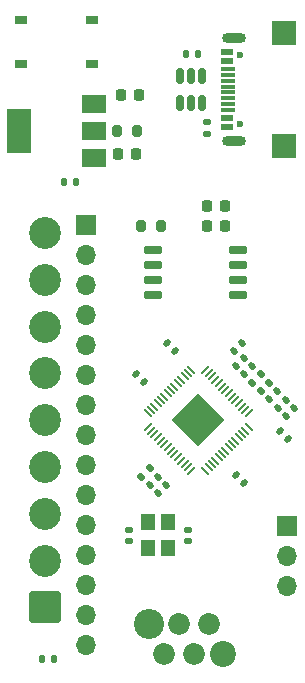
<source format=gbr>
%TF.GenerationSoftware,KiCad,Pcbnew,7.0.2*%
%TF.CreationDate,2023-08-01T17:34:10+02:00*%
%TF.ProjectId,playstation_adapter,706c6179-7374-4617-9469-6f6e5f616461,0.9*%
%TF.SameCoordinates,Original*%
%TF.FileFunction,Soldermask,Top*%
%TF.FilePolarity,Negative*%
%FSLAX46Y46*%
G04 Gerber Fmt 4.6, Leading zero omitted, Abs format (unit mm)*
G04 Created by KiCad (PCBNEW 7.0.2) date 2023-08-01 17:34:10*
%MOMM*%
%LPD*%
G01*
G04 APERTURE LIST*
G04 Aperture macros list*
%AMRoundRect*
0 Rectangle with rounded corners*
0 $1 Rounding radius*
0 $2 $3 $4 $5 $6 $7 $8 $9 X,Y pos of 4 corners*
0 Add a 4 corners polygon primitive as box body*
4,1,4,$2,$3,$4,$5,$6,$7,$8,$9,$2,$3,0*
0 Add four circle primitives for the rounded corners*
1,1,$1+$1,$2,$3*
1,1,$1+$1,$4,$5*
1,1,$1+$1,$6,$7*
1,1,$1+$1,$8,$9*
0 Add four rect primitives between the rounded corners*
20,1,$1+$1,$2,$3,$4,$5,0*
20,1,$1+$1,$4,$5,$6,$7,0*
20,1,$1+$1,$6,$7,$8,$9,0*
20,1,$1+$1,$8,$9,$2,$3,0*%
%AMRotRect*
0 Rectangle, with rotation*
0 The origin of the aperture is its center*
0 $1 length*
0 $2 width*
0 $3 Rotation angle, in degrees counterclockwise*
0 Add horizontal line*
21,1,$1,$2,0,0,$3*%
G04 Aperture macros list end*
%ADD10R,1.200000X1.400000*%
%ADD11RoundRect,0.140000X0.170000X-0.140000X0.170000X0.140000X-0.170000X0.140000X-0.170000X-0.140000X0*%
%ADD12RoundRect,0.150000X-0.150000X0.512500X-0.150000X-0.512500X0.150000X-0.512500X0.150000X0.512500X0*%
%ADD13RoundRect,0.140000X0.021213X-0.219203X0.219203X-0.021213X-0.021213X0.219203X-0.219203X0.021213X0*%
%ADD14RoundRect,0.225000X0.225000X0.250000X-0.225000X0.250000X-0.225000X-0.250000X0.225000X-0.250000X0*%
%ADD15RoundRect,0.225000X-0.225000X-0.250000X0.225000X-0.250000X0.225000X0.250000X-0.225000X0.250000X0*%
%ADD16RoundRect,0.140000X-0.170000X0.140000X-0.170000X-0.140000X0.170000X-0.140000X0.170000X0.140000X0*%
%ADD17RoundRect,0.140000X-0.021213X0.219203X-0.219203X0.021213X0.021213X-0.219203X0.219203X-0.021213X0*%
%ADD18RoundRect,0.140000X0.219203X0.021213X0.021213X0.219203X-0.219203X-0.021213X-0.021213X-0.219203X0*%
%ADD19R,1.000000X0.750000*%
%ADD20R,2.000000X1.500000*%
%ADD21R,2.000000X3.800000*%
%ADD22RoundRect,0.135000X0.135000X0.185000X-0.135000X0.185000X-0.135000X-0.185000X0.135000X-0.185000X0*%
%ADD23RoundRect,0.135000X-0.035355X0.226274X-0.226274X0.035355X0.035355X-0.226274X0.226274X-0.035355X0*%
%ADD24C,0.600000*%
%ADD25R,1.040000X0.600000*%
%ADD26R,1.090000X0.600000*%
%ADD27R,1.160000X0.300000*%
%ADD28R,2.000000X2.000000*%
%ADD29O,2.000000X0.900000*%
%ADD30R,1.700000X1.700000*%
%ADD31O,1.700000X1.700000*%
%ADD32RoundRect,0.150000X-0.650000X-0.150000X0.650000X-0.150000X0.650000X0.150000X-0.650000X0.150000X0*%
%ADD33RoundRect,0.135000X-0.185000X0.135000X-0.185000X-0.135000X0.185000X-0.135000X0.185000X0.135000X0*%
%ADD34RoundRect,0.140000X-0.219203X-0.021213X-0.021213X-0.219203X0.219203X0.021213X0.021213X0.219203X0*%
%ADD35RoundRect,0.050000X-0.309359X0.238649X0.238649X-0.309359X0.309359X-0.238649X-0.238649X0.309359X0*%
%ADD36RoundRect,0.050000X-0.309359X-0.238649X-0.238649X-0.309359X0.309359X0.238649X0.238649X0.309359X0*%
%ADD37RotRect,3.200000X3.200000X315.000000*%
%ADD38RoundRect,0.200000X0.200000X0.275000X-0.200000X0.275000X-0.200000X-0.275000X0.200000X-0.275000X0*%
%ADD39RoundRect,0.135000X-0.135000X-0.185000X0.135000X-0.185000X0.135000X0.185000X-0.135000X0.185000X0*%
%ADD40RoundRect,0.200000X-0.200000X-0.275000X0.200000X-0.275000X0.200000X0.275000X-0.200000X0.275000X0*%
%ADD41C,2.200000*%
%ADD42C,2.550000*%
%ADD43C,1.850000*%
%ADD44RoundRect,0.250001X1.099999X-1.099999X1.099999X1.099999X-1.099999X1.099999X-1.099999X-1.099999X0*%
%ADD45C,2.700000*%
G04 APERTURE END LIST*
D10*
%TO.C,Y1*%
X67770030Y-80643931D03*
X67770030Y-82843931D03*
X69470030Y-82843931D03*
X69470030Y-80643931D03*
%TD*%
D11*
%TO.C,C16*%
X71120030Y-82223931D03*
X71120030Y-81263931D03*
%TD*%
D12*
%TO.C,U2*%
X72350000Y-42862500D03*
X71400000Y-42862500D03*
X70450000Y-42862500D03*
X70450000Y-45137500D03*
X71400000Y-45137500D03*
X72350000Y-45137500D03*
%TD*%
D13*
%TO.C,C14*%
X78731657Y-70925197D03*
X79410479Y-70246375D03*
%TD*%
D14*
%TO.C,C17*%
X74275000Y-53850000D03*
X72725000Y-53850000D03*
%TD*%
D15*
%TO.C,C1*%
X65437500Y-44500000D03*
X66987500Y-44500000D03*
%TD*%
D13*
%TO.C,C11*%
X75196123Y-67389664D03*
X75874945Y-66710842D03*
%TD*%
D16*
%TO.C,C15*%
X66120030Y-81263931D03*
X66120030Y-82223931D03*
%TD*%
D17*
%TO.C,C3*%
X69312994Y-77515433D03*
X68634172Y-78194255D03*
%TD*%
D14*
%TO.C,C2*%
X66762500Y-49500000D03*
X65212500Y-49500000D03*
%TD*%
D13*
%TO.C,C4*%
X74998133Y-66173440D03*
X75676955Y-65494618D03*
%TD*%
D18*
%TO.C,C7*%
X67389664Y-68803877D03*
X66710842Y-68125055D03*
%TD*%
D19*
%TO.C,SW1*%
X63000000Y-41875000D03*
X57000000Y-41875000D03*
X63000000Y-38125000D03*
X57000000Y-38125000D03*
%TD*%
D20*
%TO.C,U1*%
X63137500Y-49800000D03*
D21*
X56837500Y-47500000D03*
D20*
X63137500Y-47500000D03*
X63137500Y-45200000D03*
%TD*%
D22*
%TO.C,R8*%
X72010000Y-41000000D03*
X70990000Y-41000000D03*
%TD*%
D23*
%TO.C,R4*%
X78017478Y-68810949D03*
X77296230Y-69532197D03*
%TD*%
D24*
%TO.C,J3*%
X75550000Y-46890000D03*
X75550000Y-41110000D03*
D25*
X74430000Y-47200000D03*
D26*
X74455000Y-46400000D03*
D27*
X74490000Y-45250000D03*
X74490000Y-44250000D03*
X74490000Y-43750000D03*
X74490000Y-42750000D03*
D26*
X74455000Y-41600000D03*
D25*
X74430000Y-40800000D03*
X74430000Y-40800000D03*
D26*
X74455000Y-41600000D03*
D27*
X74490000Y-42250000D03*
X74490000Y-43250000D03*
X74490000Y-44750000D03*
X74490000Y-45750000D03*
D26*
X74455000Y-46400000D03*
D25*
X74430000Y-47200000D03*
D28*
X79230000Y-48750000D03*
D29*
X75030000Y-48320000D03*
X75030000Y-39680000D03*
D28*
X79230000Y-39250000D03*
%TD*%
D17*
%TO.C,C8*%
X68605887Y-76808326D03*
X67927065Y-77487148D03*
%TD*%
D30*
%TO.C,J2*%
X62500000Y-55500000D03*
D31*
X62500000Y-58040000D03*
X62500000Y-60580000D03*
X62500000Y-63120000D03*
X62500000Y-65660000D03*
X62500000Y-68200000D03*
X62500000Y-70740000D03*
X62500000Y-73280000D03*
X62500000Y-75820000D03*
X62500000Y-78360000D03*
X62500000Y-80900000D03*
X62500000Y-83440000D03*
X62500000Y-85980000D03*
X62500000Y-88520000D03*
X62500000Y-91060000D03*
%TD*%
D32*
%TO.C,U4*%
X68202010Y-57565068D03*
X68202010Y-58835068D03*
X68202010Y-60105068D03*
X68202010Y-61375068D03*
X75402010Y-61375068D03*
X75402010Y-60105068D03*
X75402010Y-58835068D03*
X75402010Y-57565068D03*
%TD*%
D13*
%TO.C,C12*%
X75903230Y-68096770D03*
X76582052Y-67417948D03*
%TD*%
D22*
%TO.C,R9*%
X59760000Y-92250000D03*
X58740000Y-92250000D03*
%TD*%
D33*
%TO.C,R7*%
X72750000Y-46740000D03*
X72750000Y-47760000D03*
%TD*%
D13*
%TO.C,C5*%
X79438764Y-71632304D03*
X80117586Y-70953482D03*
%TD*%
D18*
%TO.C,C6*%
X70020101Y-66173440D03*
X69341279Y-65494618D03*
%TD*%
D34*
%TO.C,C10*%
X78887220Y-72919239D03*
X79566042Y-73598061D03*
%TD*%
D23*
%TO.C,R3*%
X77310371Y-68103842D03*
X76589123Y-68825090D03*
%TD*%
D13*
%TO.C,C13*%
X78024550Y-70218091D03*
X78703372Y-69539269D03*
%TD*%
D35*
%TO.C,U3*%
X71407798Y-67730843D03*
X71124955Y-68013686D03*
X70842113Y-68296528D03*
X70559270Y-68579371D03*
X70276427Y-68862214D03*
X69993585Y-69145056D03*
X69710742Y-69427899D03*
X69427899Y-69710742D03*
X69145056Y-69993585D03*
X68862214Y-70276427D03*
X68579371Y-70559270D03*
X68296528Y-70842113D03*
X68013686Y-71124955D03*
X67730843Y-71407798D03*
D36*
X67730843Y-72592202D03*
X68013686Y-72875045D03*
X68296528Y-73157887D03*
X68579371Y-73440730D03*
X68862214Y-73723573D03*
X69145056Y-74006415D03*
X69427899Y-74289258D03*
X69710742Y-74572101D03*
X69993585Y-74854944D03*
X70276427Y-75137786D03*
X70559270Y-75420629D03*
X70842113Y-75703472D03*
X71124955Y-75986314D03*
X71407798Y-76269157D03*
D35*
X72592202Y-76269157D03*
X72875045Y-75986314D03*
X73157887Y-75703472D03*
X73440730Y-75420629D03*
X73723573Y-75137786D03*
X74006415Y-74854944D03*
X74289258Y-74572101D03*
X74572101Y-74289258D03*
X74854944Y-74006415D03*
X75137786Y-73723573D03*
X75420629Y-73440730D03*
X75703472Y-73157887D03*
X75986314Y-72875045D03*
X76269157Y-72592202D03*
D36*
X76269157Y-71407798D03*
X75986314Y-71124955D03*
X75703472Y-70842113D03*
X75420629Y-70559270D03*
X75137786Y-70276427D03*
X74854944Y-69993585D03*
X74572101Y-69710742D03*
X74289258Y-69427899D03*
X74006415Y-69145056D03*
X73723573Y-68862214D03*
X73440730Y-68579371D03*
X73157887Y-68296528D03*
X72875045Y-68013686D03*
X72592202Y-67730843D03*
D37*
X72000000Y-72000000D03*
%TD*%
D34*
%TO.C,C9*%
X75196123Y-76610336D03*
X75874945Y-77289158D03*
%TD*%
D14*
%TO.C,C18*%
X74275000Y-55580981D03*
X72725000Y-55580981D03*
%TD*%
D23*
%TO.C,R5*%
X67919993Y-76080007D03*
X67198745Y-76801255D03*
%TD*%
D38*
%TO.C,R6*%
X68825000Y-55580981D03*
X67175000Y-55580981D03*
%TD*%
D39*
%TO.C,R10*%
X60599999Y-51800000D03*
X61619999Y-51800000D03*
%TD*%
D40*
%TO.C,R1*%
X65162500Y-47500000D03*
X66812500Y-47500000D03*
%TD*%
D41*
%TO.C,SWD1*%
X74135000Y-91770000D03*
D42*
X67865000Y-89230000D03*
D43*
X69095000Y-91770000D03*
X70365000Y-89230000D03*
X71635000Y-91770000D03*
X72905000Y-89230000D03*
%TD*%
D30*
%TO.C,J1*%
X79500000Y-80960000D03*
D31*
X79500000Y-83500000D03*
X79500000Y-86040000D03*
%TD*%
D44*
%TO.C,J4*%
X59000000Y-87840000D03*
D45*
X59000000Y-83880000D03*
X59000000Y-79920000D03*
X59000000Y-75960000D03*
X59000000Y-72000000D03*
X59000000Y-68040000D03*
X59000000Y-64080000D03*
X59000000Y-60120000D03*
X59000000Y-56160000D03*
%TD*%
M02*

</source>
